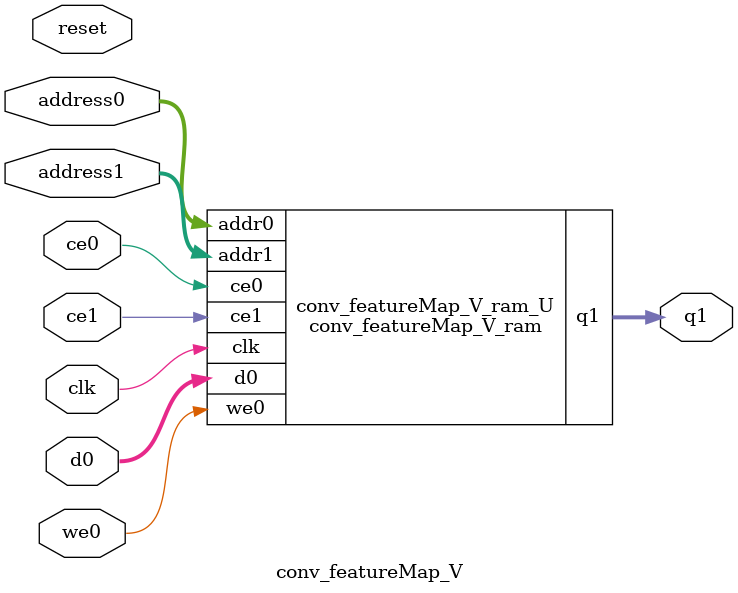
<source format=v>
`timescale 1 ns / 1 ps
module conv_featureMap_V_ram (addr0, ce0, d0, we0, addr1, ce1, q1,  clk);

parameter DWIDTH = 32;
parameter AWIDTH = 11;
parameter MEM_SIZE = 1280;

input[AWIDTH-1:0] addr0;
input ce0;
input[DWIDTH-1:0] d0;
input we0;
input[AWIDTH-1:0] addr1;
input ce1;
output reg[DWIDTH-1:0] q1;
input clk;

reg [DWIDTH-1:0] ram[0:MEM_SIZE-1];




always @(posedge clk)  
begin 
    if (ce0) begin
        if (we0) 
            ram[addr0] <= d0; 
    end
end


always @(posedge clk)  
begin 
    if (ce1) begin
        q1 <= ram[addr1];
    end
end


endmodule

`timescale 1 ns / 1 ps
module conv_featureMap_V(
    reset,
    clk,
    address0,
    ce0,
    we0,
    d0,
    address1,
    ce1,
    q1);

parameter DataWidth = 32'd32;
parameter AddressRange = 32'd1280;
parameter AddressWidth = 32'd11;
input reset;
input clk;
input[AddressWidth - 1:0] address0;
input ce0;
input we0;
input[DataWidth - 1:0] d0;
input[AddressWidth - 1:0] address1;
input ce1;
output[DataWidth - 1:0] q1;



conv_featureMap_V_ram conv_featureMap_V_ram_U(
    .clk( clk ),
    .addr0( address0 ),
    .ce0( ce0 ),
    .we0( we0 ),
    .d0( d0 ),
    .addr1( address1 ),
    .ce1( ce1 ),
    .q1( q1 ));

endmodule


</source>
